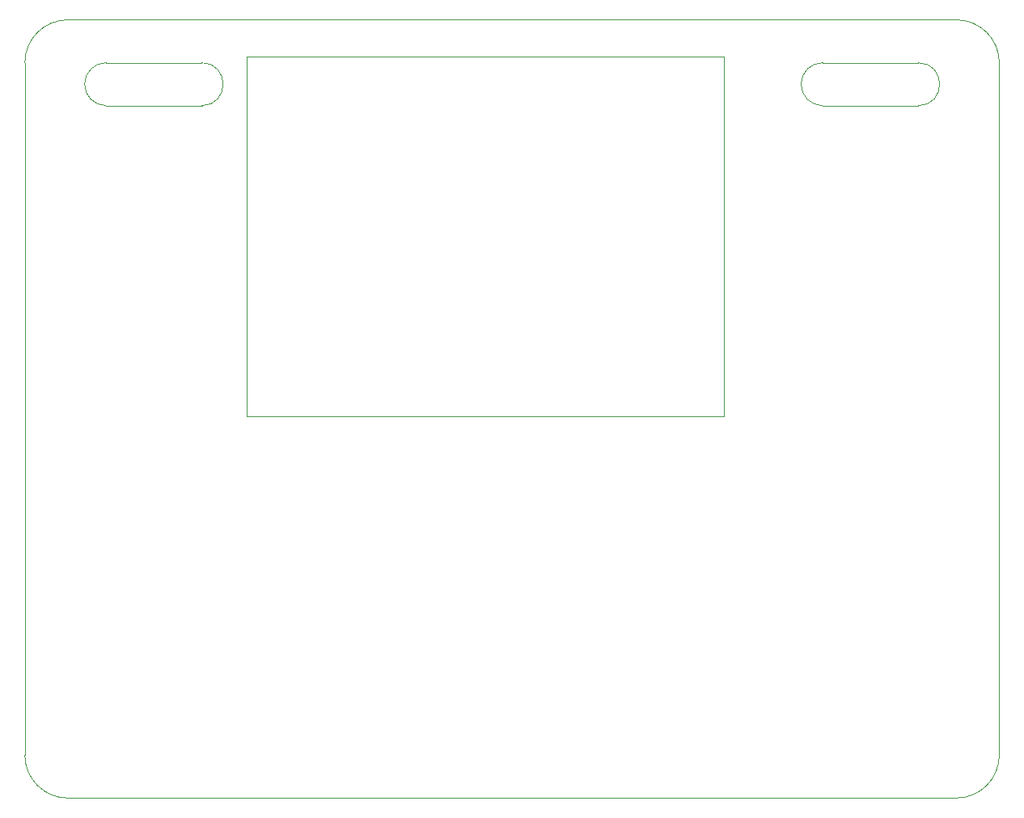
<source format=gbr>
%TF.GenerationSoftware,KiCad,Pcbnew,(6.0.0)*%
%TF.CreationDate,2022-05-08T20:40:57+10:00*%
%TF.ProjectId,cover,636f7665-722e-46b6-9963-61645f706362,rev?*%
%TF.SameCoordinates,Original*%
%TF.FileFunction,Profile,NP*%
%FSLAX46Y46*%
G04 Gerber Fmt 4.6, Leading zero omitted, Abs format (unit mm)*
G04 Created by KiCad (PCBNEW (6.0.0)) date 2022-05-08 20:40:57*
%MOMM*%
%LPD*%
G01*
G04 APERTURE LIST*
%TA.AperFunction,Profile*%
%ADD10C,0.100000*%
%TD*%
G04 APERTURE END LIST*
D10*
X223268907Y-68425003D02*
X233293905Y-68424863D01*
X144268872Y-140950001D02*
X237268872Y-140950002D01*
X241768873Y-63931977D02*
G75*
G03*
X237268872Y-59431974I-4500001J2D01*
G01*
X139768872Y-136450000D02*
G75*
G03*
X144268872Y-140950001I4500000J-1D01*
G01*
X148268840Y-68424869D02*
X158293838Y-68424729D01*
X158268840Y-63924868D02*
X148293295Y-63925002D01*
X148293295Y-63925002D02*
G75*
G03*
X148268840Y-68424869I-24456J-2249867D01*
G01*
X139768872Y-63931978D02*
X139768872Y-136450000D01*
X237268872Y-140950002D02*
G75*
G03*
X241768872Y-136450002I-10J4500010D01*
G01*
X233268907Y-63925002D02*
X223293362Y-63925136D01*
X212918872Y-100950002D02*
X163018872Y-100950002D01*
X163018872Y-100950002D02*
X163018872Y-63250002D01*
X163018872Y-63250002D02*
X212918872Y-63250002D01*
X212918872Y-63250002D02*
X212918872Y-100950002D01*
X237268872Y-59431974D02*
X144268872Y-59431977D01*
X158293838Y-68424729D02*
G75*
G03*
X158268840Y-63924868I-24998J2249861D01*
G01*
X144268872Y-59431977D02*
G75*
G03*
X139768872Y-63931978I0J-4500000D01*
G01*
X241768872Y-136450002D02*
X241768873Y-63931977D01*
X233293905Y-68424863D02*
G75*
G03*
X233268907Y-63925002I-24998J2249861D01*
G01*
X223293362Y-63925136D02*
G75*
G03*
X223268907Y-68425003I-24456J-2249867D01*
G01*
M02*

</source>
